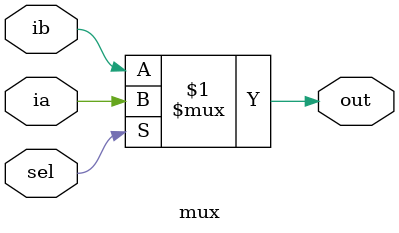
<source format=v>
`timescale 1ns / 1ps

(* dont_touch = "yes" *)
module mux
#(parameter ID = 0)(
    input ia,
    input ib,
    input sel,
    output out
    );
    assign out = (sel) ? ia : ib;
endmodule


</source>
